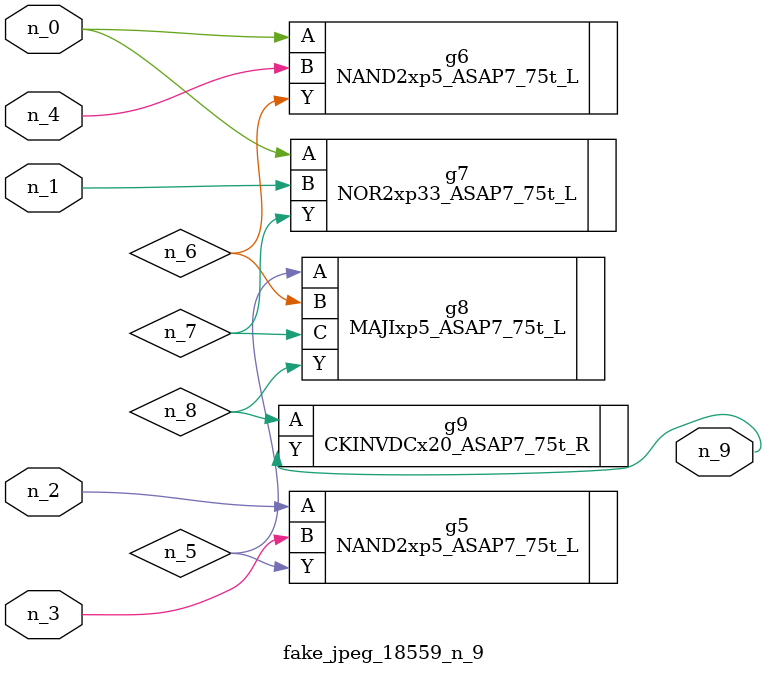
<source format=v>
module fake_jpeg_18559_n_9 (n_3, n_2, n_1, n_0, n_4, n_9);

input n_3;
input n_2;
input n_1;
input n_0;
input n_4;

output n_9;

wire n_8;
wire n_6;
wire n_5;
wire n_7;

NAND2xp5_ASAP7_75t_L g5 ( 
.A(n_2),
.B(n_3),
.Y(n_5)
);

NAND2xp5_ASAP7_75t_L g6 ( 
.A(n_0),
.B(n_4),
.Y(n_6)
);

NOR2xp33_ASAP7_75t_L g7 ( 
.A(n_0),
.B(n_1),
.Y(n_7)
);

MAJIxp5_ASAP7_75t_L g8 ( 
.A(n_5),
.B(n_6),
.C(n_7),
.Y(n_8)
);

CKINVDCx20_ASAP7_75t_R g9 ( 
.A(n_8),
.Y(n_9)
);


endmodule
</source>
